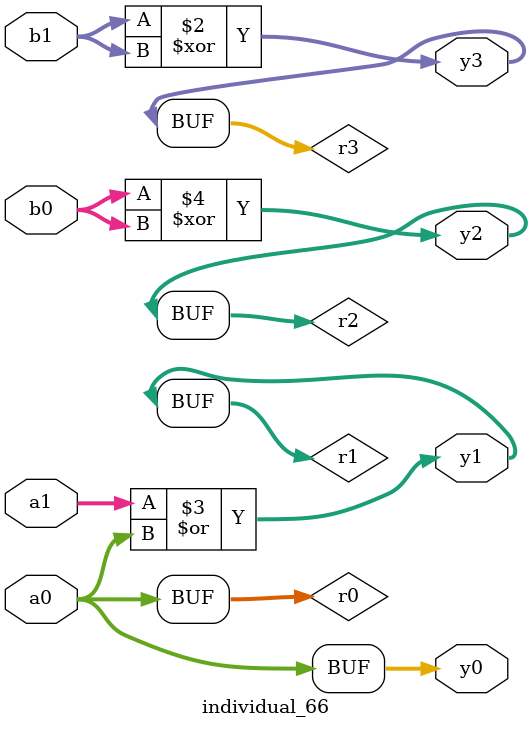
<source format=sv>
module individual_66(input logic [15:0] a1, input logic [15:0] a0, input logic [15:0] b1, input logic [15:0] b0, output logic [15:0] y3, output logic [15:0] y2, output logic [15:0] y1, output logic [15:0] y0);
logic [15:0] r0, r1, r2, r3; 
 always@(*) begin 
	 r0 = a0; r1 = a1; r2 = b0; r3 = b1; 
 	 r3  ^=  r3 ;
 	 r1  |=  a0 ;
 	 r2  ^=  r2 ;
 	 y3 = r3; y2 = r2; y1 = r1; y0 = r0; 
end
endmodule
</source>
